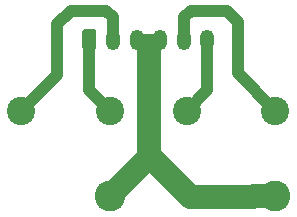
<source format=gbr>
G04 #@! TF.GenerationSoftware,KiCad,Pcbnew,(5.1.0)-1*
G04 #@! TF.CreationDate,2019-06-01T21:51:24-04:00*
G04 #@! TF.ProjectId,input,696e7075-742e-46b6-9963-61645f706362,rev?*
G04 #@! TF.SameCoordinates,Original*
G04 #@! TF.FileFunction,Copper,L1,Top*
G04 #@! TF.FilePolarity,Positive*
%FSLAX46Y46*%
G04 Gerber Fmt 4.6, Leading zero omitted, Abs format (unit mm)*
G04 Created by KiCad (PCBNEW (5.1.0)-1) date 2019-06-01 21:51:24*
%MOMM*%
%LPD*%
G04 APERTURE LIST*
%ADD10C,2.400000*%
%ADD11C,2.600000*%
%ADD12C,0.100000*%
%ADD13C,1.200000*%
%ADD14O,1.200000X1.750000*%
%ADD15C,1.000000*%
%ADD16C,2.000000*%
G04 APERTURE END LIST*
D10*
X149938000Y-106737000D03*
D11*
X157438000Y-113987000D03*
D10*
X157438000Y-106737000D03*
D11*
X143438000Y-113987000D03*
D10*
X143438000Y-106737000D03*
X135938000Y-106737000D03*
D12*
G36*
X142074505Y-99826204D02*
G01*
X142098773Y-99829804D01*
X142122572Y-99835765D01*
X142145671Y-99844030D01*
X142167850Y-99854520D01*
X142188893Y-99867132D01*
X142208599Y-99881747D01*
X142226777Y-99898223D01*
X142243253Y-99916401D01*
X142257868Y-99936107D01*
X142270480Y-99957150D01*
X142280970Y-99979329D01*
X142289235Y-100002428D01*
X142295196Y-100026227D01*
X142298796Y-100050495D01*
X142300000Y-100074999D01*
X142300000Y-101325001D01*
X142298796Y-101349505D01*
X142295196Y-101373773D01*
X142289235Y-101397572D01*
X142280970Y-101420671D01*
X142270480Y-101442850D01*
X142257868Y-101463893D01*
X142243253Y-101483599D01*
X142226777Y-101501777D01*
X142208599Y-101518253D01*
X142188893Y-101532868D01*
X142167850Y-101545480D01*
X142145671Y-101555970D01*
X142122572Y-101564235D01*
X142098773Y-101570196D01*
X142074505Y-101573796D01*
X142050001Y-101575000D01*
X141349999Y-101575000D01*
X141325495Y-101573796D01*
X141301227Y-101570196D01*
X141277428Y-101564235D01*
X141254329Y-101555970D01*
X141232150Y-101545480D01*
X141211107Y-101532868D01*
X141191401Y-101518253D01*
X141173223Y-101501777D01*
X141156747Y-101483599D01*
X141142132Y-101463893D01*
X141129520Y-101442850D01*
X141119030Y-101420671D01*
X141110765Y-101397572D01*
X141104804Y-101373773D01*
X141101204Y-101349505D01*
X141100000Y-101325001D01*
X141100000Y-100074999D01*
X141101204Y-100050495D01*
X141104804Y-100026227D01*
X141110765Y-100002428D01*
X141119030Y-99979329D01*
X141129520Y-99957150D01*
X141142132Y-99936107D01*
X141156747Y-99916401D01*
X141173223Y-99898223D01*
X141191401Y-99881747D01*
X141211107Y-99867132D01*
X141232150Y-99854520D01*
X141254329Y-99844030D01*
X141277428Y-99835765D01*
X141301227Y-99829804D01*
X141325495Y-99826204D01*
X141349999Y-99825000D01*
X142050001Y-99825000D01*
X142074505Y-99826204D01*
X142074505Y-99826204D01*
G37*
D13*
X141700000Y-100700000D03*
D14*
X143700000Y-100700000D03*
X145700000Y-100700000D03*
X147700000Y-100700000D03*
X149700000Y-100700000D03*
X151700000Y-100700000D03*
D15*
X139000000Y-103675000D02*
X135938000Y-106737000D01*
X139000000Y-99404843D02*
X139000000Y-103675000D01*
X140154843Y-98250000D02*
X139000000Y-99404843D01*
X143125000Y-98250000D02*
X140154843Y-98250000D01*
X143700000Y-100700000D02*
X143700000Y-98825000D01*
X143700000Y-98825000D02*
X143125000Y-98250000D01*
X141700000Y-104999000D02*
X143438000Y-106737000D01*
X141700000Y-100700000D02*
X141700000Y-104999000D01*
D16*
X155599523Y-113987000D02*
X155586523Y-114000000D01*
X157438000Y-113987000D02*
X155599523Y-113987000D01*
X155586523Y-114000000D02*
X150250000Y-114000000D01*
X150250000Y-114000000D02*
X146750000Y-110500000D01*
X146750000Y-110500000D02*
X146750000Y-101500000D01*
D15*
X146500000Y-101500000D02*
X145700000Y-100700000D01*
X146750000Y-101500000D02*
X146500000Y-101500000D01*
X146900000Y-101500000D02*
X147700000Y-100700000D01*
X146750000Y-101500000D02*
X146900000Y-101500000D01*
X147700000Y-100700000D02*
X145700000Y-100700000D01*
D16*
X146750000Y-110675000D02*
X143438000Y-113987000D01*
X146750000Y-110500000D02*
X146750000Y-110675000D01*
D15*
X154250000Y-103549000D02*
X157438000Y-106737000D01*
X154250000Y-99173748D02*
X154250000Y-103549000D01*
X153326252Y-98250000D02*
X154250000Y-99173748D01*
X150275000Y-98250000D02*
X153326252Y-98250000D01*
X149700000Y-100700000D02*
X149700000Y-98825000D01*
X149700000Y-98825000D02*
X150275000Y-98250000D01*
X151700000Y-104975000D02*
X149938000Y-106737000D01*
X151700000Y-100700000D02*
X151700000Y-104975000D01*
M02*

</source>
